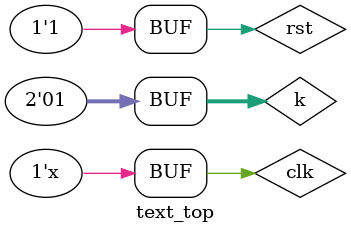
<source format=v>
module text_top;
    reg clk;
    reg rst;
    reg [1:0] k;
    wire [3:0] out;

    top uut (
        .clk(clk),
        .rst(rst),
        .out(out),
        .k(k)
    );

    initial begin
        clk = 0;
        rst = 0;
        k = 0;
        #100;
        rst = 1;
        k = 2'b10; #40;
        k = 2'b00; #40;
        k = 2'b11; #40;
        k = 2'b01; #40;
    end

    always #10 clk = ~clk;
endmodule

</source>
